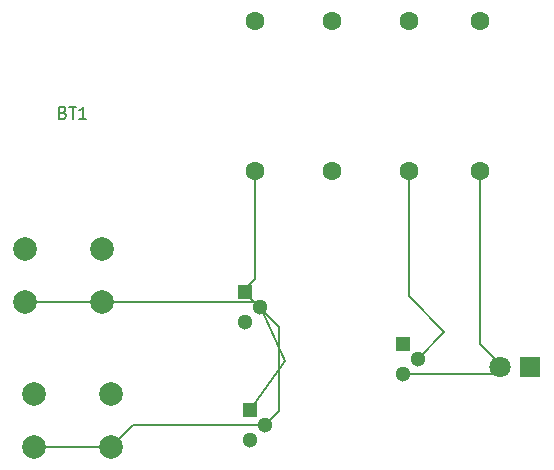
<source format=gbr>
%TF.GenerationSoftware,KiCad,Pcbnew,9.0.5*%
%TF.CreationDate,2025-10-25T02:40:39-07:00*%
%TF.ProjectId,1stproject,31737470-726f-46a6-9563-742e6b696361,rev?*%
%TF.SameCoordinates,Original*%
%TF.FileFunction,Copper,L1,Top*%
%TF.FilePolarity,Positive*%
%FSLAX46Y46*%
G04 Gerber Fmt 4.6, Leading zero omitted, Abs format (unit mm)*
G04 Created by KiCad (PCBNEW 9.0.5) date 2025-10-25 02:40:39*
%MOMM*%
%LPD*%
G01*
G04 APERTURE LIST*
%TA.AperFunction,Conductor*%
%ADD10C,0.200000*%
%TD*%
%ADD11C,0.150000*%
%TA.AperFunction,NonConductor*%
%ADD12C,0.150000*%
%TD*%
%TA.AperFunction,ComponentPad*%
%ADD13C,1.300000*%
%TD*%
%TA.AperFunction,ComponentPad*%
%ADD14R,1.300000X1.300000*%
%TD*%
%TA.AperFunction,ComponentPad*%
%ADD15C,2.000000*%
%TD*%
%TA.AperFunction,ComponentPad*%
%ADD16C,1.600000*%
%TD*%
%TA.AperFunction,ComponentPad*%
%ADD17R,1.800000X1.800000*%
%TD*%
%TA.AperFunction,ComponentPad*%
%ADD18C,1.800000*%
%TD*%
G04 APERTURE END LIST*
D10*
%TO.N,Net-(Q1-B)*%
X128000000Y-89075000D02*
X126000000Y-84575000D01*
X125090000Y-93165000D02*
X128000000Y-89075000D01*
D11*
D12*
X109214285Y-68006009D02*
X109357142Y-68053628D01*
X109357142Y-68053628D02*
X109404761Y-68101247D01*
X109404761Y-68101247D02*
X109452380Y-68196485D01*
X109452380Y-68196485D02*
X109452380Y-68339342D01*
X109452380Y-68339342D02*
X109404761Y-68434580D01*
X109404761Y-68434580D02*
X109357142Y-68482200D01*
X109357142Y-68482200D02*
X109261904Y-68529819D01*
X109261904Y-68529819D02*
X108880952Y-68529819D01*
X108880952Y-68529819D02*
X108880952Y-67529819D01*
X108880952Y-67529819D02*
X109214285Y-67529819D01*
X109214285Y-67529819D02*
X109309523Y-67577438D01*
X109309523Y-67577438D02*
X109357142Y-67625057D01*
X109357142Y-67625057D02*
X109404761Y-67720295D01*
X109404761Y-67720295D02*
X109404761Y-67815533D01*
X109404761Y-67815533D02*
X109357142Y-67910771D01*
X109357142Y-67910771D02*
X109309523Y-67958390D01*
X109309523Y-67958390D02*
X109214285Y-68006009D01*
X109214285Y-68006009D02*
X108880952Y-68006009D01*
X109738095Y-67529819D02*
X110309523Y-67529819D01*
X110023809Y-68529819D02*
X110023809Y-67529819D01*
X111166666Y-68529819D02*
X110595238Y-68529819D01*
X110880952Y-68529819D02*
X110880952Y-67529819D01*
X110880952Y-67529819D02*
X110785714Y-67672676D01*
X110785714Y-67672676D02*
X110690476Y-67767914D01*
X110690476Y-67767914D02*
X110595238Y-67815533D01*
%TD*%
D13*
%TO.P,Q3,3,C*%
%TO.N,Net-(D1-A)*%
X138000000Y-90115000D03*
%TO.P,Q3,2,B*%
%TO.N,Net-(Q1-C)*%
X139270000Y-88845000D03*
D14*
%TO.P,Q3,1,E*%
%TO.N,GND*%
X138000000Y-87575000D03*
%TD*%
D15*
%TO.P,SW2,1,A*%
%TO.N,GND*%
X106750000Y-91825000D03*
X113250000Y-91825000D03*
%TO.P,SW2,2,B*%
%TO.N,Net-(Q1-B)*%
X106750000Y-96325000D03*
X113250000Y-96325000D03*
%TD*%
%TO.P,SW1,1,A*%
%TO.N,GND*%
X106000000Y-79575000D03*
X112500000Y-79575000D03*
%TO.P,SW1,2,B*%
%TO.N,Net-(Q1-B)*%
X106000000Y-84075000D03*
X112500000Y-84075000D03*
%TD*%
D16*
%TO.P,R4,2*%
%TO.N,Net-(Q1-B)*%
X125500000Y-72925000D03*
%TO.P,R4,1*%
%TO.N,Net-(BT1-+)*%
X125500000Y-60225000D03*
%TD*%
%TO.P,R2,1*%
%TO.N,Net-(BT1-+)*%
X144500000Y-60225000D03*
%TO.P,R2,2*%
%TO.N,Net-(D1-A)*%
X144500000Y-72925000D03*
%TD*%
%TO.P,R3,1*%
%TO.N,Net-(BT1-+)*%
X132000000Y-60225000D03*
%TO.P,R3,2*%
%TO.N,Net-(Q1-B)*%
X132000000Y-72925000D03*
%TD*%
D14*
%TO.P,Q2,1,E*%
%TO.N,Net-(Q1-B)*%
X125090000Y-93165000D03*
D13*
%TO.P,Q2,2,B*%
X126360000Y-94435000D03*
%TO.P,Q2,3,C*%
%TO.N,Net-(Q1-C)*%
X125090000Y-95705000D03*
%TD*%
D14*
%TO.P,Q1,1,E*%
%TO.N,Net-(Q1-B)*%
X124640000Y-83230000D03*
D13*
%TO.P,Q1,2,B*%
X125910000Y-84500000D03*
%TO.P,Q1,3,C*%
%TO.N,Net-(Q1-C)*%
X124640000Y-85770000D03*
%TD*%
D17*
%TO.P,D1,1,K*%
%TO.N,GND*%
X148775000Y-89575000D03*
D18*
%TO.P,D1,2,A*%
%TO.N,Net-(D1-A)*%
X146235000Y-89575000D03*
%TD*%
D16*
%TO.P,R1,2*%
%TO.N,Net-(Q1-C)*%
X138500000Y-72925000D03*
%TO.P,R1,1*%
%TO.N,Net-(BT1-+)*%
X138500000Y-60225000D03*
%TD*%
D10*
%TO.N,Net-(Q1-B)*%
X115140000Y-94435000D02*
X126360000Y-94435000D01*
X106750000Y-96325000D02*
X113250000Y-96325000D01*
X106000000Y-84075000D02*
X112500000Y-84075000D01*
X125500000Y-82075000D02*
X125500000Y-72925000D01*
X124640000Y-82935000D02*
X125500000Y-82075000D01*
X124640000Y-83305000D02*
X124640000Y-82935000D01*
%TO.N,Net-(D1-A)*%
X146235000Y-89340000D02*
X144500000Y-87605000D01*
X144500000Y-87605000D02*
X144500000Y-72925000D01*
X146235000Y-89575000D02*
X146235000Y-89340000D01*
X138000000Y-90115000D02*
X145695000Y-90115000D01*
X145695000Y-90115000D02*
X146235000Y-89575000D01*
%TO.N,Net-(Q1-C)*%
X139270000Y-88845000D02*
X141500000Y-86615000D01*
X141500000Y-86615000D02*
X141500000Y-86575000D01*
X141500000Y-86575000D02*
X138500000Y-83575000D01*
X138500000Y-83575000D02*
X138500000Y-72925000D01*
%TO.N,Net-(Q1-B)*%
X125410000Y-84075000D02*
X125910000Y-84575000D01*
X112500000Y-84075000D02*
X125410000Y-84075000D01*
X113250000Y-96325000D02*
X115140000Y-94435000D01*
X127500000Y-86165000D02*
X124640000Y-83305000D01*
X127500000Y-93295000D02*
X127500000Y-86165000D01*
X126360000Y-94435000D02*
X127500000Y-93295000D01*
%TD*%
M02*

</source>
